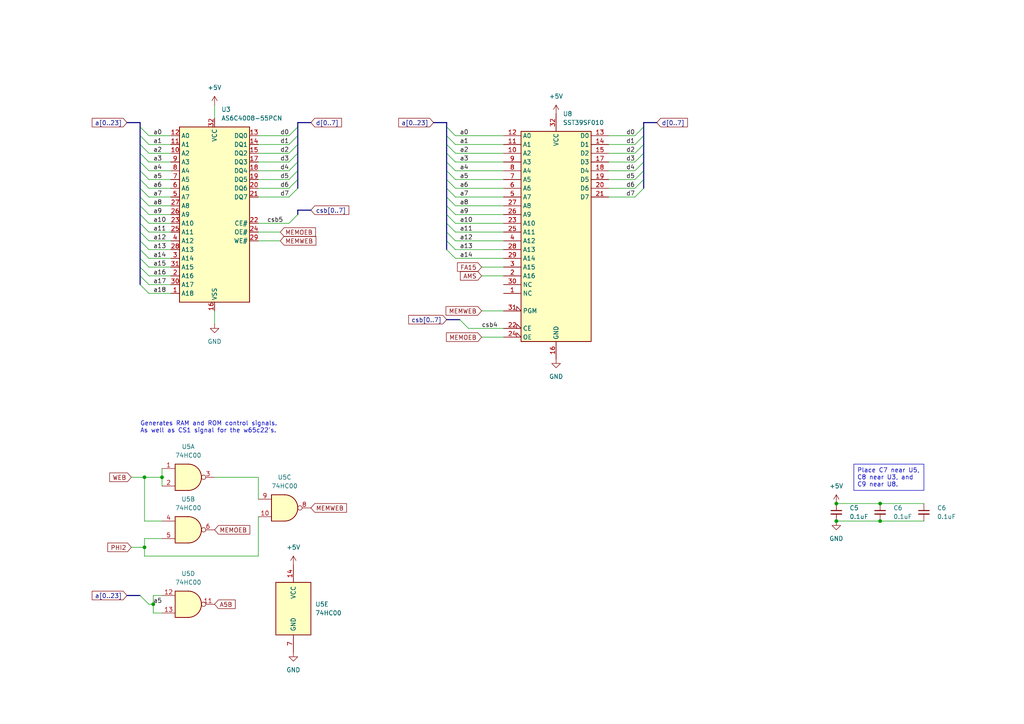
<source format=kicad_sch>
(kicad_sch (version 20230121) (generator eeschema)
  (paper "A4")
  (lib_symbols
    (symbol "74xx:74HC00" (pin_names (offset 1.016))
      (property "Reference" "U" (at 0 1.27 0))
      (property "Value" "74HC00" (at 0 -1.27 0))
      (symbol "74HC00_1_1"
        (arc (start 0 -3.81) (mid 3.7934 0) (end 0 3.81) (stroke (width 0.254)) (fill (type background)))
        (polyline (pts (xy 0 3.81) (xy -3.81 3.81) (xy -3.81 -3.81) (xy 0 -3.81)) (stroke (width 0.254)) (fill (type background)))
        (pin input line (at -7.62 2.54 0) (length 3.81) (name "~") (number "1"))
        (pin input line (at -7.62 -2.54 0) (length 3.81) (name "~") (number "2"))
        (pin output inverted (at 7.62 0 180) (length 3.81) (name "~") (number "3"))
      )
      (symbol "74HC00_1_2"
        (arc (start -3.81 -3.81) (mid -2.589 0) (end -3.81 3.81) (stroke (width 0.254)))
        (arc (start -0.6096 -3.81) (mid 2.1842 -2.5851) (end 3.81 0) (stroke (width 0.254)) (fill (type background)))
        (polyline (pts (xy -3.81 -3.81) (xy -0.635 -3.81)) (stroke (width 0.254)) (fill (type background)))
        (polyline (pts (xy -3.81 3.81) (xy -0.635 3.81)) (stroke (width 0.254)) (fill (type background)))
        (polyline (pts (xy -0.635 3.81) (xy -3.81 3.81) (xy -3.81 3.81) (xy -3.556 3.4036) (xy -3.0226 2.2606) (xy -2.6924 1.0414) (xy -2.6162 -0.254) (xy -2.7686 -1.4986) (xy -3.175 -2.7178) (xy -3.81 -3.81) (xy -3.81 -3.81) (xy -0.635 -3.81)) (stroke (width -25.4)) (fill (type background)))
        (arc (start 3.81 0) (mid 2.1915 2.5936) (end -0.6096 3.81) (stroke (width 0.254)) (fill (type background)))
        (pin input inverted (at -7.62 2.54 0) (length 4.318) (name "~") (number "1"))
        (pin input inverted (at -7.62 -2.54 0) (length 4.318) (name "~") (number "2"))
        (pin output line (at 7.62 0 180) (length 3.81) (name "~") (number "3"))
      )
      (symbol "74HC00_2_1"
        (arc (start 0 -3.81) (mid 3.7934 0) (end 0 3.81) (stroke (width 0.254)) (fill (type background)))
        (polyline (pts (xy 0 3.81) (xy -3.81 3.81) (xy -3.81 -3.81) (xy 0 -3.81)) (stroke (width 0.254)) (fill (type background)))
        (pin input line (at -7.62 2.54 0) (length 3.81) (name "~") (number "4"))
        (pin input line (at -7.62 -2.54 0) (length 3.81) (name "~") (number "5"))
        (pin output inverted (at 7.62 0 180) (length 3.81) (name "~") (number "6"))
      )
      (symbol "74HC00_2_2"
        (arc (start -3.81 -3.81) (mid -2.589 0) (end -3.81 3.81) (stroke (width 0.254)))
        (arc (start -0.6096 -3.81) (mid 2.1842 -2.5851) (end 3.81 0) (stroke (width 0.254)) (fill (type background)))
        (polyline (pts (xy -3.81 -3.81) (xy -0.635 -3.81)) (stroke (width 0.254)) (fill (type background)))
        (polyline (pts (xy -3.81 3.81) (xy -0.635 3.81)) (stroke (width 0.254)) (fill (type background)))
        (polyline (pts (xy -0.635 3.81) (xy -3.81 3.81) (xy -3.81 3.81) (xy -3.556 3.4036) (xy -3.0226 2.2606) (xy -2.6924 1.0414) (xy -2.6162 -0.254) (xy -2.7686 -1.4986) (xy -3.175 -2.7178) (xy -3.81 -3.81) (xy -3.81 -3.81) (xy -0.635 -3.81)) (stroke (width -25.4)) (fill (type background)))
        (arc (start 3.81 0) (mid 2.1915 2.5936) (end -0.6096 3.81) (stroke (width 0.254)) (fill (type background)))
        (pin input inverted (at -7.62 2.54 0) (length 4.318) (name "~") (number "4"))
        (pin input inverted (at -7.62 -2.54 0) (length 4.318) (name "~") (number "5"))
        (pin output line (at 7.62 0 180) (length 3.81) (name "~") (number "6"))
      )
      (symbol "74HC00_3_1"
        (arc (start 0 -3.81) (mid 3.7934 0) (end 0 3.81) (stroke (width 0.254)) (fill (type background)))
        (polyline (pts (xy 0 3.81) (xy -3.81 3.81) (xy -3.81 -3.81) (xy 0 -3.81)) (stroke (width 0.254)) (fill (type background)))
        (pin input line (at -7.62 -2.54 0) (length 3.81) (name "~") (number "10"))
        (pin output inverted (at 7.62 0 180) (length 3.81) (name "~") (number "8"))
        (pin input line (at -7.62 2.54 0) (length 3.81) (name "~") (number "9"))
      )
      (symbol "74HC00_3_2"
        (arc (start -3.81 -3.81) (mid -2.589 0) (end -3.81 3.81) (stroke (width 0.254)))
        (arc (start -0.6096 -3.81) (mid 2.1842 -2.5851) (end 3.81 0) (stroke (width 0.254)) (fill (type background)))
        (polyline (pts (xy -3.81 -3.81) (xy -0.635 -3.81)) (stroke (width 0.254)) (fill (type background)))
        (polyline (pts (xy -3.81 3.81) (xy -0.635 3.81)) (stroke (width 0.254)) (fill (type background)))
        (polyline (pts (xy -0.635 3.81) (xy -3.81 3.81) (xy -3.81 3.81) (xy -3.556 3.4036) (xy -3.0226 2.2606) (xy -2.6924 1.0414) (xy -2.6162 -0.254) (xy -2.7686 -1.4986) (xy -3.175 -2.7178) (xy -3.81 -3.81) (xy -3.81 -3.81) (xy -0.635 -3.81)) (stroke (width -25.4)) (fill (type background)))
        (arc (start 3.81 0) (mid 2.1915 2.5936) (end -0.6096 3.81) (stroke (width 0.254)) (fill (type background)))
        (pin input inverted (at -7.62 -2.54 0) (length 4.318) (name "~") (number "10"))
        (pin output line (at 7.62 0 180) (length 3.81) (name "~") (number "8"))
        (pin input inverted (at -7.62 2.54 0) (length 4.318) (name "~") (number "9"))
      )
      (symbol "74HC00_4_1"
        (arc (start 0 -3.81) (mid 3.7934 0) (end 0 3.81) (stroke (width 0.254)) (fill (type background)))
        (polyline (pts (xy 0 3.81) (xy -3.81 3.81) (xy -3.81 -3.81) (xy 0 -3.81)) (stroke (width 0.254)) (fill (type background)))
        (pin output inverted (at 7.62 0 180) (length 3.81) (name "~") (number "11"))
        (pin input line (at -7.62 2.54 0) (length 3.81) (name "~") (number "12"))
        (pin input line (at -7.62 -2.54 0) (length 3.81) (name "~") (number "13"))
      )
      (symbol "74HC00_4_2"
        (arc (start -3.81 -3.81) (mid -2.589 0) (end -3.81 3.81) (stroke (width 0.254)))
        (arc (start -0.6096 -3.81) (mid 2.1842 -2.5851) (end 3.81 0) (stroke (width 0.254)) (fill (type background)))
        (polyline (pts (xy -3.81 -3.81) (xy -0.635 -3.81)) (stroke (width 0.254)) (fill (type background)))
        (polyline (pts (xy -3.81 3.81) (xy -0.635 3.81)) (stroke (width 0.254)) (fill (type background)))
        (polyline (pts (xy -0.635 3.81) (xy -3.81 3.81) (xy -3.81 3.81) (xy -3.556 3.4036) (xy -3.0226 2.2606) (xy -2.6924 1.0414) (xy -2.6162 -0.254) (xy -2.7686 -1.4986) (xy -3.175 -2.7178) (xy -3.81 -3.81) (xy -3.81 -3.81) (xy -0.635 -3.81)) (stroke (width -25.4)) (fill (type background)))
        (arc (start 3.81 0) (mid 2.1915 2.5936) (end -0.6096 3.81) (stroke (width 0.254)) (fill (type background)))
        (pin output line (at 7.62 0 180) (length 3.81) (name "~") (number "11"))
        (pin input inverted (at -7.62 2.54 0) (length 4.318) (name "~") (number "12"))
        (pin input inverted (at -7.62 -2.54 0) (length 4.318) (name "~") (number "13"))
      )
      (symbol "74HC00_5_0"
        (pin power_in line (at 0 12.7 270) (length 5.08) (name "VCC") (number "14"))
        (pin power_in line (at 0 -12.7 90) (length 5.08) (name "GND") (number "7"))
      )
      (symbol "74HC00_5_1"
        (rectangle (start -5.08 7.62) (end 5.08 -7.62) (stroke (width 0.254)) (fill (type background)))
      )
    )
    (symbol "Device:C_Small" (pin_numbers hide) (pin_names (offset 0.254) hide)
      (property "Reference" "C" (at 0.254 1.778 0))
      (property "Value" "C_Small" (at 0.254 -2.032 0))
      (symbol "C_Small_0_1"
        (polyline (pts (xy -1.524 -0.508) (xy 1.524 -0.508)) (stroke (width 0.3302)))
        (polyline (pts (xy -1.524 0.508) (xy 1.524 0.508)) (stroke (width 0.3048)))
      )
      (symbol "C_Small_1_1"
        (pin passive line (at 0 2.54 270) (length 2.032) (name "~") (number "1"))
        (pin passive line (at 0 -2.54 90) (length 2.032) (name "~") (number "2"))
      )
    )
    (symbol "Memory_Flash:SST39SF010"
      (property "Reference" "U" (at 2.54 33.02 0))
      (property "Value" "SST39SF010" (at 0 -30.48 0))
      (symbol "SST39SF010_0_0"
        (pin power_in line (at 0 -34.29 90) (length 5.08) (name "GND") (number "16"))
        (pin power_in line (at 0 36.83 270) (length 5.08) (name "VCC") (number "32"))
      )
      (symbol "SST39SF010_0_1"
        (rectangle (start -10.16 31.75) (end 10.16 -29.21) (stroke (width 0.254)) (fill (type background)))
      )
      (symbol "SST39SF010_1_1"
        (pin input line (at -15.24 -15.24 0) (length 5.08) (name "NC") (number "1"))
        (pin input line (at -15.24 25.4 0) (length 5.08) (name "A2") (number "10"))
        (pin input line (at -15.24 27.94 0) (length 5.08) (name "A1") (number "11"))
        (pin input line (at -15.24 30.48 0) (length 5.08) (name "A0") (number "12"))
        (pin tri_state line (at 15.24 30.48 180) (length 5.08) (name "D0") (number "13"))
        (pin tri_state line (at 15.24 27.94 180) (length 5.08) (name "D1") (number "14"))
        (pin tri_state line (at 15.24 25.4 180) (length 5.08) (name "D2") (number "15"))
        (pin tri_state line (at 15.24 22.86 180) (length 5.08) (name "D3") (number "17"))
        (pin tri_state line (at 15.24 20.32 180) (length 5.08) (name "D4") (number "18"))
        (pin tri_state line (at 15.24 17.78 180) (length 5.08) (name "D5") (number "19"))
        (pin input line (at -15.24 -10.16 0) (length 5.08) (name "A16") (number "2"))
        (pin tri_state line (at 15.24 15.24 180) (length 5.08) (name "D6") (number "20"))
        (pin tri_state line (at 15.24 12.7 180) (length 5.08) (name "D7") (number "21"))
        (pin input input_low (at -15.24 -25.4 0) (length 5.08) (name "CE") (number "22"))
        (pin input line (at -15.24 5.08 0) (length 5.08) (name "A10") (number "23"))
        (pin input input_low (at -15.24 -27.94 0) (length 5.08) (name "OE") (number "24"))
        (pin input line (at -15.24 2.54 0) (length 5.08) (name "A11") (number "25"))
        (pin input line (at -15.24 7.62 0) (length 5.08) (name "A9") (number "26"))
        (pin input line (at -15.24 10.16 0) (length 5.08) (name "A8") (number "27"))
        (pin input line (at -15.24 -2.54 0) (length 5.08) (name "A13") (number "28"))
        (pin input line (at -15.24 -5.08 0) (length 5.08) (name "A14") (number "29"))
        (pin input line (at -15.24 -7.62 0) (length 5.08) (name "A15") (number "3"))
        (pin input line (at -15.24 -12.7 0) (length 5.08) (name "NC") (number "30"))
        (pin input input_low (at -15.24 -20.32 0) (length 5.08) (name "PGM") (number "31"))
        (pin input line (at -15.24 0 0) (length 5.08) (name "A12") (number "4"))
        (pin input line (at -15.24 12.7 0) (length 5.08) (name "A7") (number "5"))
        (pin input line (at -15.24 15.24 0) (length 5.08) (name "A6") (number "6"))
        (pin input line (at -15.24 17.78 0) (length 5.08) (name "A5") (number "7"))
        (pin input line (at -15.24 20.32 0) (length 5.08) (name "A4") (number "8"))
        (pin input line (at -15.24 22.86 0) (length 5.08) (name "A3") (number "9"))
      )
    )
    (symbol "Memory_RAM:AS6C4008-55PCN"
      (property "Reference" "U" (at -10.16 26.035 0))
      (property "Value" "AS6C4008-55PCN" (at 2.54 26.035 0))
      (symbol "AS6C4008-55PCN_0_0"
        (pin power_in line (at 0 -27.94 90) (length 2.54) (name "VSS") (number "16"))
        (pin power_in line (at 0 27.94 270) (length 2.54) (name "VCC") (number "32"))
      )
      (symbol "AS6C4008-55PCN_0_1"
        (rectangle (start -10.16 25.4) (end 10.16 -25.4) (stroke (width 0.254)) (fill (type background)))
      )
      (symbol "AS6C4008-55PCN_1_1"
        (pin input line (at -12.7 -22.86 0) (length 2.54) (name "A18") (number "1"))
        (pin input line (at -12.7 17.78 0) (length 2.54) (name "A2") (number "10"))
        (pin input line (at -12.7 20.32 0) (length 2.54) (name "A1") (number "11"))
        (pin input line (at -12.7 22.86 0) (length 2.54) (name "A0") (number "12"))
        (pin tri_state line (at 12.7 22.86 180) (length 2.54) (name "DQ0") (number "13"))
        (pin tri_state line (at 12.7 20.32 180) (length 2.54) (name "DQ1") (number "14"))
        (pin tri_state line (at 12.7 17.78 180) (length 2.54) (name "DQ2") (number "15"))
        (pin tri_state line (at 12.7 15.24 180) (length 2.54) (name "DQ3") (number "17"))
        (pin tri_state line (at 12.7 12.7 180) (length 2.54) (name "DQ4") (number "18"))
        (pin tri_state line (at 12.7 10.16 180) (length 2.54) (name "DQ5") (number "19"))
        (pin input line (at -12.7 -17.78 0) (length 2.54) (name "A16") (number "2"))
        (pin tri_state line (at 12.7 7.62 180) (length 2.54) (name "DQ6") (number "20"))
        (pin tri_state line (at 12.7 5.08 180) (length 2.54) (name "DQ7") (number "21"))
        (pin input line (at 12.7 -2.54 180) (length 2.54) (name "CE#") (number "22"))
        (pin input line (at -12.7 -2.54 0) (length 2.54) (name "A10") (number "23"))
        (pin input line (at 12.7 -5.08 180) (length 2.54) (name "OE#") (number "24"))
        (pin input line (at -12.7 -5.08 0) (length 2.54) (name "A11") (number "25"))
        (pin input line (at -12.7 0 0) (length 2.54) (name "A9") (number "26"))
        (pin input line (at -12.7 2.54 0) (length 2.54) (name "A8") (number "27"))
        (pin input line (at -12.7 -10.16 0) (length 2.54) (name "A13") (number "28"))
        (pin input line (at 12.7 -7.62 180) (length 2.54) (name "WE#") (number "29"))
        (pin input line (at -12.7 -12.7 0) (length 2.54) (name "A14") (number "3"))
        (pin input line (at -12.7 -20.32 0) (length 2.54) (name "A17") (number "30"))
        (pin input line (at -12.7 -15.24 0) (length 2.54) (name "A15") (number "31"))
        (pin input line (at -12.7 -7.62 0) (length 2.54) (name "A12") (number "4"))
        (pin input line (at -12.7 5.08 0) (length 2.54) (name "A7") (number "5"))
        (pin input line (at -12.7 7.62 0) (length 2.54) (name "A6") (number "6"))
        (pin input line (at -12.7 10.16 0) (length 2.54) (name "A5") (number "7"))
        (pin input line (at -12.7 12.7 0) (length 2.54) (name "A4") (number "8"))
        (pin input line (at -12.7 15.24 0) (length 2.54) (name "A3") (number "9"))
      )
    )
    (symbol "power:+5V" (power) (pin_names (offset 0))
      (property "Value" "+5V" (at 0 3.556 0))
      (symbol "+5V_0_1"
        (polyline (pts (xy -0.762 1.27) (xy 0 2.54)))
        (polyline (pts (xy 0 0) (xy 0 2.54)))
        (polyline (pts (xy 0 2.54) (xy 0.762 1.27)))
      )
      (symbol "+5V_1_1"
        (pin power_in line (at 0 0 90) (length 0) hide (name "+5V") (number "1"))
      )
    )
    (symbol "power:GND" (power) (pin_names (offset 0))
      (property "Value" "GND" (at 0 -3.81 0))
      (symbol "GND_0_1"
        (polyline (pts (xy 0 0) (xy 0 -1.27) (xy 1.27 -1.27) (xy 0 -2.54) (xy -1.27 -1.27) (xy 0 -1.27)))
      )
      (symbol "GND_1_1"
        (pin power_in line (at 0 0 270) (length 0) hide (name "GND") (number "1"))
      )
    )
  )
  (junction (at 44.45 175.26))
  (junction (at 242.57 146.05))
  (junction (at 255.27 151.13))
  (junction (at 242.57 151.13))
  (junction (at 41.91 158.75))
  (junction (at 41.91 138.43))
  (junction (at 46.99 138.43))
  (junction (at 255.27 146.05))
  (bus_entry (at 86.36 54.61) (size -2.54 2.54))
  (bus_entry (at 186.69 41.91) (size -2.54 2.54))
  (bus_entry (at 40.64 57.15) (size 2.54 2.54))
  (bus_entry (at 129.54 36.83) (size 2.54 2.54))
  (bus_entry (at 86.36 44.45) (size -2.54 2.54))
  (bus_entry (at 129.54 57.15) (size 2.54 2.54))
  (bus_entry (at 40.64 39.37) (size 2.54 2.54))
  (bus_entry (at 129.54 64.77) (size 2.54 2.54))
  (bus_entry (at 129.54 46.99) (size 2.54 2.54))
  (bus_entry (at 186.69 36.83) (size -2.54 2.54))
  (bus_entry (at 86.36 46.99) (size -2.54 2.54))
  (bus_entry (at 86.36 39.37) (size -2.54 2.54))
  (bus_entry (at 186.69 49.53) (size -2.54 2.54))
  (bus_entry (at 186.69 39.37) (size -2.54 2.54))
  (bus_entry (at 129.54 49.53) (size 2.54 2.54))
  (bus_entry (at 40.64 49.53) (size 2.54 2.54))
  (bus_entry (at 40.64 62.23) (size 2.54 2.54))
  (bus_entry (at 129.54 44.45) (size 2.54 2.54))
  (bus_entry (at 186.69 52.07) (size -2.54 2.54))
  (bus_entry (at 133.35 92.71) (size 2.54 2.54))
  (bus_entry (at 129.54 54.61) (size 2.54 2.54))
  (bus_entry (at 40.64 82.55) (size 2.54 2.54))
  (bus_entry (at 86.36 49.53) (size -2.54 2.54))
  (bus_entry (at 40.64 59.69) (size 2.54 2.54))
  (bus_entry (at 186.69 44.45) (size -2.54 2.54))
  (bus_entry (at 40.64 41.91) (size 2.54 2.54))
  (bus_entry (at 129.54 41.91) (size 2.54 2.54))
  (bus_entry (at 129.54 39.37) (size 2.54 2.54))
  (bus_entry (at 186.69 54.61) (size -2.54 2.54))
  (bus_entry (at 40.64 67.31) (size 2.54 2.54))
  (bus_entry (at 129.54 59.69) (size 2.54 2.54))
  (bus_entry (at 40.64 64.77) (size 2.54 2.54))
  (bus_entry (at 40.64 74.93) (size 2.54 2.54))
  (bus_entry (at 86.36 36.83) (size -2.54 2.54))
  (bus_entry (at 186.69 46.99) (size -2.54 2.54))
  (bus_entry (at 40.64 72.39) (size 2.54 2.54))
  (bus_entry (at 40.64 44.45) (size 2.54 2.54))
  (bus_entry (at 40.64 80.01) (size 2.54 2.54))
  (bus_entry (at 129.54 67.31) (size 2.54 2.54))
  (bus_entry (at 40.64 77.47) (size 2.54 2.54))
  (bus_entry (at 40.64 172.72) (size 2.54 2.54))
  (bus_entry (at 40.64 52.07) (size 2.54 2.54))
  (bus_entry (at 40.64 69.85) (size 2.54 2.54))
  (bus_entry (at 129.54 62.23) (size 2.54 2.54))
  (bus_entry (at 129.54 52.07) (size 2.54 2.54))
  (bus_entry (at 129.54 69.85) (size 2.54 2.54))
  (bus_entry (at 40.64 36.83) (size 2.54 2.54))
  (bus_entry (at 40.64 54.61) (size 2.54 2.54))
  (bus_entry (at 129.54 72.39) (size 2.54 2.54))
  (bus_entry (at 86.36 62.23) (size -2.54 2.54))
  (bus_entry (at 86.36 52.07) (size -2.54 2.54))
  (bus_entry (at 86.36 41.91) (size -2.54 2.54))
  (bus_entry (at 40.64 46.99) (size 2.54 2.54))
  (bus (pts (xy 40.64 44.45) (xy 40.64 41.91)))
  (bus (pts (xy 129.54 44.45) (xy 129.54 41.91)))
  (bus (pts (xy 36.83 172.72) (xy 40.64 172.72)))
  (bus (pts (xy 186.69 35.56) (xy 186.69 36.83)))
  (wire (pts (xy 242.57 146.05) (xy 255.27 146.05)))
  (wire (pts (xy 41.91 158.75) (xy 41.91 161.29)))
  (wire (pts (xy 43.18 46.99) (xy 49.53 46.99)))
  (bus (pts (xy 40.64 69.85) (xy 40.64 67.31)))
  (wire (pts (xy 74.93 138.43) (xy 74.93 144.78)))
  (bus (pts (xy 86.36 44.45) (xy 86.36 46.99)))
  (wire (pts (xy 132.08 74.93) (xy 146.05 74.93)))
  (bus (pts (xy 36.83 35.56) (xy 40.64 35.56)))
  (bus (pts (xy 86.36 46.99) (xy 86.36 49.53)))
  (wire (pts (xy 43.18 82.55) (xy 49.53 82.55)))
  (bus (pts (xy 129.54 57.15) (xy 129.54 54.61)))
  (wire (pts (xy 74.93 64.77) (xy 83.82 64.77)))
  (wire (pts (xy 74.93 67.31) (xy 81.28 67.31)))
  (wire (pts (xy 43.18 74.93) (xy 49.53 74.93)))
  (bus (pts (xy 129.54 59.69) (xy 129.54 57.15)))
  (wire (pts (xy 132.08 64.77) (xy 146.05 64.77)))
  (bus (pts (xy 186.69 35.56) (xy 190.5 35.56)))
  (bus (pts (xy 86.36 41.91) (xy 86.36 44.45)))
  (wire (pts (xy 176.53 46.99) (xy 184.15 46.99)))
  (wire (pts (xy 74.93 44.45) (xy 83.82 44.45)))
  (bus (pts (xy 40.64 80.01) (xy 40.64 77.47)))
  (wire (pts (xy 139.7 77.47) (xy 146.05 77.47)))
  (bus (pts (xy 129.54 52.07) (xy 129.54 49.53)))
  (bus (pts (xy 86.36 35.56) (xy 90.17 35.56)))
  (bus (pts (xy 40.64 77.47) (xy 40.64 74.93)))
  (wire (pts (xy 43.18 49.53) (xy 49.53 49.53)))
  (bus (pts (xy 129.54 54.61) (xy 129.54 52.07)))
  (wire (pts (xy 74.93 52.07) (xy 83.82 52.07)))
  (wire (pts (xy 242.57 151.13) (xy 255.27 151.13)))
  (bus (pts (xy 186.69 41.91) (xy 186.69 44.45)))
  (wire (pts (xy 46.99 138.43) (xy 46.99 140.97)))
  (bus (pts (xy 86.36 52.07) (xy 86.36 54.61)))
  (wire (pts (xy 41.91 156.21) (xy 46.99 156.21)))
  (wire (pts (xy 46.99 177.8) (xy 44.45 177.8)))
  (bus (pts (xy 186.69 52.07) (xy 186.69 54.61)))
  (wire (pts (xy 46.99 151.13) (xy 41.91 151.13)))
  (wire (pts (xy 43.18 62.23) (xy 49.53 62.23)))
  (bus (pts (xy 40.64 52.07) (xy 40.64 49.53)))
  (bus (pts (xy 40.64 62.23) (xy 40.64 59.69)))
  (wire (pts (xy 43.18 64.77) (xy 49.53 64.77)))
  (bus (pts (xy 129.54 72.39) (xy 129.54 69.85)))
  (bus (pts (xy 40.64 72.39) (xy 40.64 69.85)))
  (bus (pts (xy 40.64 36.83) (xy 40.64 35.56)))
  (bus (pts (xy 186.69 36.83) (xy 186.69 39.37)))
  (wire (pts (xy 43.18 52.07) (xy 49.53 52.07)))
  (wire (pts (xy 135.89 95.25) (xy 146.05 95.25)))
  (wire (pts (xy 132.08 46.99) (xy 146.05 46.99)))
  (wire (pts (xy 176.53 44.45) (xy 184.15 44.45)))
  (wire (pts (xy 44.45 177.8) (xy 44.45 175.26)))
  (bus (pts (xy 129.54 69.85) (xy 129.54 67.31)))
  (wire (pts (xy 176.53 57.15) (xy 184.15 57.15)))
  (bus (pts (xy 129.54 46.99) (xy 129.54 44.45)))
  (wire (pts (xy 41.91 161.29) (xy 74.93 161.29)))
  (wire (pts (xy 38.1 158.75) (xy 41.91 158.75)))
  (wire (pts (xy 176.53 39.37) (xy 184.15 39.37)))
  (wire (pts (xy 132.08 59.69) (xy 146.05 59.69)))
  (wire (pts (xy 132.08 57.15) (xy 146.05 57.15)))
  (bus (pts (xy 40.64 41.91) (xy 40.64 39.37)))
  (wire (pts (xy 43.18 72.39) (xy 49.53 72.39)))
  (wire (pts (xy 43.18 80.01) (xy 49.53 80.01)))
  (wire (pts (xy 132.08 54.61) (xy 146.05 54.61)))
  (bus (pts (xy 40.64 64.77) (xy 40.64 62.23)))
  (wire (pts (xy 146.05 90.17) (xy 139.7 90.17)))
  (bus (pts (xy 40.64 57.15) (xy 40.64 54.61)))
  (bus (pts (xy 86.36 49.53) (xy 86.36 52.07)))
  (wire (pts (xy 132.08 62.23) (xy 146.05 62.23)))
  (bus (pts (xy 40.64 54.61) (xy 40.64 52.07)))
  (bus (pts (xy 186.69 49.53) (xy 186.69 52.07)))
  (bus (pts (xy 186.69 39.37) (xy 186.69 41.91)))
  (bus (pts (xy 40.64 82.55) (xy 40.64 80.01)))
  (bus (pts (xy 129.54 49.53) (xy 129.54 46.99)))
  (bus (pts (xy 40.64 67.31) (xy 40.64 64.77)))
  (wire (pts (xy 176.53 41.91) (xy 184.15 41.91)))
  (wire (pts (xy 43.18 175.26) (xy 44.45 175.26)))
  (bus (pts (xy 129.54 39.37) (xy 129.54 36.83)))
  (bus (pts (xy 86.36 62.23) (xy 86.36 60.96)))
  (wire (pts (xy 74.93 69.85) (xy 81.28 69.85)))
  (wire (pts (xy 43.18 41.91) (xy 49.53 41.91)))
  (wire (pts (xy 74.93 39.37) (xy 83.82 39.37)))
  (bus (pts (xy 86.36 35.56) (xy 86.36 36.83)))
  (wire (pts (xy 74.93 46.99) (xy 83.82 46.99)))
  (wire (pts (xy 43.18 85.09) (xy 49.53 85.09)))
  (wire (pts (xy 43.18 67.31) (xy 49.53 67.31)))
  (bus (pts (xy 40.64 59.69) (xy 40.64 57.15)))
  (wire (pts (xy 43.18 44.45) (xy 49.53 44.45)))
  (wire (pts (xy 132.08 39.37) (xy 146.05 39.37)))
  (bus (pts (xy 86.36 36.83) (xy 86.36 39.37)))
  (wire (pts (xy 74.93 54.61) (xy 83.82 54.61)))
  (wire (pts (xy 176.53 52.07) (xy 184.15 52.07)))
  (wire (pts (xy 132.08 49.53) (xy 146.05 49.53)))
  (wire (pts (xy 43.18 57.15) (xy 49.53 57.15)))
  (wire (pts (xy 255.27 151.13) (xy 267.97 151.13)))
  (bus (pts (xy 40.64 74.93) (xy 40.64 72.39)))
  (wire (pts (xy 176.53 54.61) (xy 184.15 54.61)))
  (bus (pts (xy 40.64 46.99) (xy 40.64 44.45)))
  (bus (pts (xy 40.64 39.37) (xy 40.64 36.83)))
  (wire (pts (xy 38.1 138.43) (xy 41.91 138.43)))
  (bus (pts (xy 86.36 60.96) (xy 90.17 60.96)))
  (wire (pts (xy 132.08 67.31) (xy 146.05 67.31)))
  (wire (pts (xy 132.08 69.85) (xy 146.05 69.85)))
  (wire (pts (xy 43.18 39.37) (xy 49.53 39.37)))
  (wire (pts (xy 43.18 69.85) (xy 49.53 69.85)))
  (wire (pts (xy 62.23 138.43) (xy 74.93 138.43)))
  (wire (pts (xy 176.53 49.53) (xy 184.15 49.53)))
  (bus (pts (xy 129.54 36.83) (xy 129.54 35.56)))
  (wire (pts (xy 43.18 77.47) (xy 49.53 77.47)))
  (wire (pts (xy 132.08 41.91) (xy 146.05 41.91)))
  (bus (pts (xy 129.54 41.91) (xy 129.54 39.37)))
  (bus (pts (xy 129.54 67.31) (xy 129.54 64.77)))
  (wire (pts (xy 41.91 156.21) (xy 41.91 158.75)))
  (bus (pts (xy 86.36 39.37) (xy 86.36 41.91)))
  (wire (pts (xy 74.93 57.15) (xy 83.82 57.15)))
  (wire (pts (xy 46.99 135.89) (xy 46.99 138.43)))
  (wire (pts (xy 62.23 90.17) (xy 62.23 93.98)))
  (wire (pts (xy 132.08 44.45) (xy 146.05 44.45)))
  (bus (pts (xy 40.64 49.53) (xy 40.64 46.99)))
  (bus (pts (xy 125.73 35.56) (xy 129.54 35.56)))
  (wire (pts (xy 74.93 49.53) (xy 83.82 49.53)))
  (wire (pts (xy 43.18 59.69) (xy 49.53 59.69)))
  (wire (pts (xy 74.93 161.29) (xy 74.93 149.86)))
  (wire (pts (xy 146.05 97.79) (xy 139.7 97.79)))
  (wire (pts (xy 44.45 175.26) (xy 44.45 172.72)))
  (bus (pts (xy 129.54 62.23) (xy 129.54 59.69)))
  (wire (pts (xy 74.93 41.91) (xy 83.82 41.91)))
  (bus (pts (xy 133.35 92.71) (xy 129.54 92.71)))
  (wire (pts (xy 44.45 172.72) (xy 46.99 172.72)))
  (wire (pts (xy 41.91 138.43) (xy 46.99 138.43)))
  (wire (pts (xy 139.7 80.01) (xy 146.05 80.01)))
  (wire (pts (xy 255.27 146.05) (xy 267.97 146.05)))
  (wire (pts (xy 41.91 151.13) (xy 41.91 138.43)))
  (bus (pts (xy 186.69 46.99) (xy 186.69 49.53)))
  (wire (pts (xy 132.08 52.07) (xy 146.05 52.07)))
  (bus (pts (xy 186.69 44.45) (xy 186.69 46.99)))
  (bus (pts (xy 129.54 64.77) (xy 129.54 62.23)))
  (wire (pts (xy 62.23 30.48) (xy 62.23 34.29)))
  (wire (pts (xy 132.08 72.39) (xy 146.05 72.39)))
  (wire (pts (xy 43.18 54.61) (xy 49.53 54.61)))
  (text_box "Place C7 near U5,\nC8 near U3, and\nC9 near U8." (at 247.65 134.62 0) (size 20.32 7.62) (effects (font (size 1.27 1.27)) (justify left top)))
  (text "Generates RAM and ROM control signals.\nAs well as CS1 signal for the w65c22's." (at 40.64 125.73 0) (effects (font (size 1.27 1.27)) (justify left bottom)))
  (label "a14" (at 133.35 74.93 0))
  (label "csb5" (at 77.47 64.77 0))
  (label "a12" (at 133.35 69.85 0))
  (label "a18" (at 44.45 85.09 0))
  (label "a8" (at 44.45 59.69 0))
  (label "d1" (at 181.61 41.91 0))
  (label "d5" (at 181.61 52.07 0))
  (label "a15" (at 44.45 77.47 0))
  (label "csb4" (at 139.7 95.25 0))
  (label "d1" (at 81.28 41.91 0))
  (label "a8" (at 133.35 59.69 0))
  (label "a4" (at 44.45 49.53 0))
  (label "d4" (at 181.61 49.53 0))
  (label "a16" (at 44.45 80.01 0))
  (label "a4" (at 133.35 49.53 0))
  (label "d2" (at 181.61 44.45 0))
  (label "d5" (at 81.28 52.07 0))
  (label "a0" (at 44.45 39.37 0))
  (label "a1" (at 44.45 41.91 0))
  (label "a9" (at 133.35 62.23 0))
  (label "d3" (at 181.61 46.99 0))
  (label "d2" (at 81.28 44.45 0))
  (label "a6" (at 44.45 54.61 0))
  (label "a17" (at 44.45 82.55 0))
  (label "d7" (at 181.61 57.15 0))
  (label "d6" (at 81.28 54.61 0))
  (label "a9" (at 44.45 62.23 0))
  (label "a2" (at 133.35 44.45 0))
  (label "a5" (at 44.45 175.26 0))
  (label "a14" (at 44.45 74.93 0))
  (label "a3" (at 44.45 46.99 0))
  (label "a10" (at 133.35 64.77 0))
  (label "a10" (at 44.45 64.77 0))
  (label "d3" (at 81.28 46.99 0))
  (label "a5" (at 44.45 52.07 0))
  (label "a6" (at 133.35 54.61 0))
  (label "d0" (at 181.61 39.37 0))
  (label "a7" (at 133.35 57.15 0))
  (label "a13" (at 133.35 72.39 0))
  (label "a11" (at 133.35 67.31 0))
  (label "a5" (at 133.35 52.07 0))
  (label "a12" (at 44.45 69.85 0))
  (label "a3" (at 133.35 46.99 0))
  (label "a2" (at 44.45 44.45 0))
  (label "d7" (at 81.28 57.15 0))
  (label "a11" (at 44.45 67.31 0))
  (label "d6" (at 181.61 54.61 0))
  (label "a0" (at 133.35 39.37 0))
  (label "a13" (at 44.45 72.39 0))
  (label "a1" (at 133.35 41.91 0))
  (label "d0" (at 81.28 39.37 0))
  (label "d4" (at 81.28 49.53 0))
  (label "a7" (at 44.45 57.15 0))
  (global_label "a[0..23]" (shape input) (at 36.83 35.56 180) (property "Intersheetrefs" "${INTERSHEET_REFS}" (effects hide)))
  (global_label "MEMWEB" (shape input) (at 139.7 90.17 180) (property "Intersheetrefs" "${INTERSHEET_REFS}" (effects hide)))
  (global_label "csb[0..7]" (shape input) (at 90.17 60.96 0) (property "Intersheetrefs" "${INTERSHEET_REFS}" (effects hide)))
  (global_label "MEMOEB" (shape input) (at 62.23 153.67 0) (property "Intersheetrefs" "${INTERSHEET_REFS}" (effects hide)))
  (global_label "d[0..7]" (shape input) (at 190.5 35.56 0) (property "Intersheetrefs" "${INTERSHEET_REFS}" (effects hide)))
  (global_label "MEMOEB" (shape input) (at 81.28 67.31 0) (property "Intersheetrefs" "${INTERSHEET_REFS}" (effects hide)))
  (global_label "a[0..23]" (shape input) (at 125.73 35.56 180) (property "Intersheetrefs" "${INTERSHEET_REFS}" (effects hide)))
  (global_label "FA15" (shape input) (at 139.7 77.47 180) (property "Intersheetrefs" "${INTERSHEET_REFS}" (effects hide)))
  (global_label "a[0..23]" (shape input) (at 36.83 172.72 180) (property "Intersheetrefs" "${INTERSHEET_REFS}" (effects hide)))
  (global_label "WEB" (shape input) (at 38.1 138.43 180) (property "Intersheetrefs" "${INTERSHEET_REFS}" (effects hide)))
  (global_label "AMS" (shape input) (at 139.7 80.01 180) (property "Intersheetrefs" "${INTERSHEET_REFS}" (effects hide)))
  (global_label "PHI2" (shape input) (at 38.1 158.75 180) (property "Intersheetrefs" "${INTERSHEET_REFS}" (effects hide)))
  (global_label "A5B" (shape input) (at 62.23 175.26 0) (property "Intersheetrefs" "${INTERSHEET_REFS}" (effects hide)))
  (global_label "MEMWEB" (shape input) (at 90.17 147.32 0) (property "Intersheetrefs" "${INTERSHEET_REFS}" (effects hide)))
  (global_label "d[0..7]" (shape input) (at 90.17 35.56 0) (property "Intersheetrefs" "${INTERSHEET_REFS}" (effects hide)))
  (global_label "MEMWEB" (shape input) (at 81.28 69.85 0) (property "Intersheetrefs" "${INTERSHEET_REFS}" (effects hide)))
  (global_label "csb[0..7]" (shape input) (at 129.54 92.71 180) (property "Intersheetrefs" "${INTERSHEET_REFS}" (effects hide)))
  (global_label "MEMOEB" (shape input) (at 139.7 97.79 180) (property "Intersheetrefs" "${INTERSHEET_REFS}" (effects hide)))
  (symbol (lib_id "74xx:74HC00") (at 54.61 138.43 0) (unit 1)
    (property "Reference" "U5" (at 54.6017 129.54 0))
    (property "Value" "74HC00" (at 54.6017 132.08 0))
    (property "Datasheet" "http://www.ti.com/lit/gpn/sn74hc00" (effects hide))
  )
  (symbol (lib_id "74xx:74HC00") (at 82.55 147.32 0) (unit 3)
    (property "Reference" "U5" (at 82.5417 138.43 0))
    (property "Value" "74HC00" (at 82.5417 140.97 0))
    (property "Datasheet" "http://www.ti.com/lit/gpn/sn74hc00" (effects hide))
  )
  (symbol (lib_id "Device:C_Small") (at 242.57 148.59 0) (unit 1)
    (property "Reference" "C5" (at 246.38 147.32 0) (effects (justify left)))
    (property "Value" "0.1uF" (at 246.38 149.86 0) (effects (justify left)))
    (instances (project "W65C265SXB Reloaded" (path "" (reference "C5") (unit 1)) (path "" (reference "C7") (unit 1))))
  )
  (symbol (lib_id "Memory_Flash:SST39SF010") (at 161.29 69.85 0) (unit 1)
    (property "Reference" "U8" (at 163.2459 33.02 0) (effects (justify left)))
    (property "Value" "SST39SF010" (at 163.2459 35.56 0) (effects (justify left)))
    (property "Datasheet" "http://ww1.microchip.com/downloads/en/DeviceDoc/25022B.pdf" (effects hide))
  )
  (symbol (lib_id "74xx:74HC00") (at 54.61 175.26 0) (unit 4)
    (property "Reference" "U5" (at 54.6017 166.37 0))
    (property "Value" "74HC00" (at 54.6017 168.91 0))
    (property "Datasheet" "http://www.ti.com/lit/gpn/sn74hc00" (effects hide))
  )
  (symbol (lib_id "power:GND") (at 242.57 151.13 0) (unit 1)
    (property "Reference" "#PWR012" (effects hide))
    (property "Value" "GND" (at 242.57 156.21 0))
    (instances (project "W65C265SXB Reloaded" (path "" (reference "#PWR012") (unit 1)) (path "" (reference "#PWR044") (unit 1))))
  )
  (symbol (lib_id "Device:C_Small") (at 267.97 148.59 0) (unit 1)
    (property "Reference" "C6" (at 271.78 147.32 0) (effects (justify left)))
    (property "Value" "0.1uF" (at 271.78 149.86 0) (effects (justify left)))
    (instances (project "W65C265SXB Reloaded" (path "" (reference "C6") (unit 1)) (path "" (reference "C9") (unit 1))))
  )
  (symbol (lib_id "74xx:74HC00") (at 85.09 176.53 0) (unit 5)
    (property "Reference" "U5" (at 91.44 175.26 0) (effects (justify left)))
    (property "Value" "74HC00" (at 91.44 177.8 0) (effects (justify left)))
    (property "Datasheet" "http://www.ti.com/lit/gpn/sn74hc00" (effects hide))
  )
  (symbol (lib_id "power:+5V") (at 242.57 146.05 0) (unit 1)
    (property "Reference" "#PWR026" (effects hide))
    (property "Value" "+5V" (at 242.57 140.97 0))
    (instances (project "W65C265SXB Reloaded" (path "" (reference "#PWR026") (unit 1)) (path "" (reference "#PWR043") (unit 1))))
  )
  (symbol (lib_id "power:GND") (at 161.29 104.14 0) (unit 1)
    (property "Reference" "#PWR042" (effects hide))
    (property "Value" "GND" (at 161.29 109.22 0))
  )
  (symbol (lib_id "power:+5V") (at 62.23 30.48 0) (unit 1)
    (property "Reference" "#PWR04" (effects hide))
    (property "Value" "+5V" (at 62.23 25.4 0))
  )
  (symbol (lib_id "Memory_RAM:AS6C4008-55PCN") (at 62.23 62.23 0) (unit 1)
    (property "Reference" "U3" (at 64.1859 31.75 0) (effects (justify left)))
    (property "Value" "AS6C4008-55PCN" (at 64.1859 34.29 0) (effects (justify left)))
    (property "Footprint" "Package_DIP:DIP-32_W15.24mm" (effects hide))
    (property "Datasheet" "https://www.alliancememory.com/wp-content/uploads/pdf/AS6C4008.pdf" (effects hide))
  )
  (symbol (lib_id "power:+5V") (at 85.09 163.83 0) (unit 1)
    (property "Reference" "#PWR039" (effects hide))
    (property "Value" "+5V" (at 85.09 158.75 0))
  )
  (symbol (lib_id "Device:C_Small") (at 255.27 148.59 0) (unit 1)
    (property "Reference" "C6" (at 259.08 147.32 0) (effects (justify left)))
    (property "Value" "0.1uF" (at 259.08 149.86 0) (effects (justify left)))
    (instances (project "W65C265SXB Reloaded" (path "" (reference "C6") (unit 1)) (path "" (reference "C8") (unit 1))))
  )
  (symbol (lib_id "74xx:74HC00") (at 54.61 153.67 0) (unit 2)
    (property "Reference" "U5" (at 54.6017 144.78 0))
    (property "Value" "74HC00" (at 54.6017 147.32 0))
    (property "Datasheet" "http://www.ti.com/lit/gpn/sn74hc00" (effects hide))
  )
  (symbol (lib_id "power:GND") (at 85.09 189.23 0) (unit 1)
    (property "Reference" "#PWR040" (effects hide))
    (property "Value" "GND" (at 85.09 194.31 0))
  )
  (symbol (lib_id "power:GND") (at 62.23 93.98 0) (unit 1)
    (property "Reference" "#PWR03" (effects hide))
    (property "Value" "GND" (at 62.23 99.06 0))
  )
  (symbol (lib_id "power:+5V") (at 161.29 33.02 0) (unit 1)
    (property "Reference" "#PWR041" (effects hide))
    (property "Value" "+5V" (at 161.29 27.94 0))
  )
)
</source>
